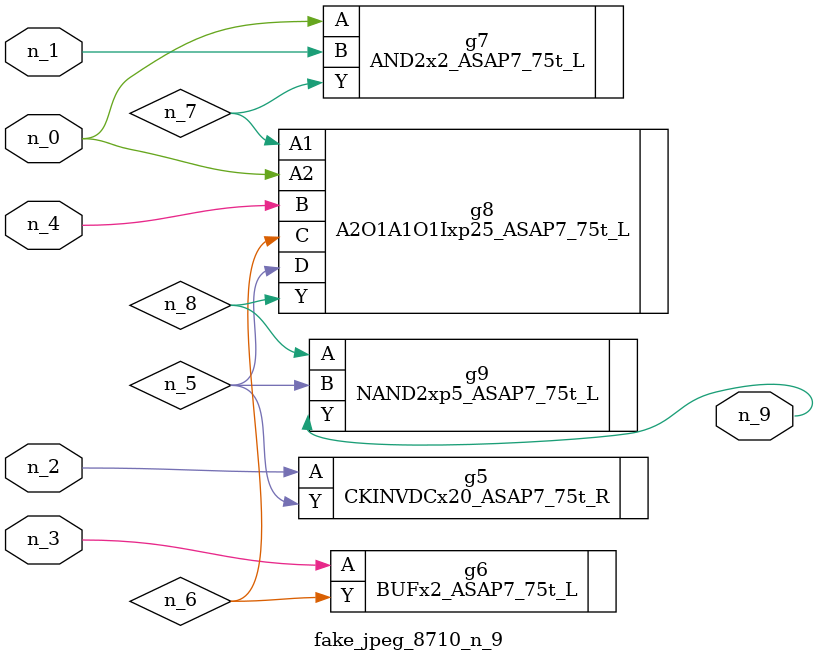
<source format=v>
module fake_jpeg_8710_n_9 (n_3, n_2, n_1, n_0, n_4, n_9);

input n_3;
input n_2;
input n_1;
input n_0;
input n_4;

output n_9;

wire n_8;
wire n_6;
wire n_5;
wire n_7;

CKINVDCx20_ASAP7_75t_R g5 ( 
.A(n_2),
.Y(n_5)
);

BUFx2_ASAP7_75t_L g6 ( 
.A(n_3),
.Y(n_6)
);

AND2x2_ASAP7_75t_L g7 ( 
.A(n_0),
.B(n_1),
.Y(n_7)
);

A2O1A1O1Ixp25_ASAP7_75t_L g8 ( 
.A1(n_7),
.A2(n_0),
.B(n_4),
.C(n_6),
.D(n_5),
.Y(n_8)
);

NAND2xp5_ASAP7_75t_L g9 ( 
.A(n_8),
.B(n_5),
.Y(n_9)
);


endmodule
</source>
